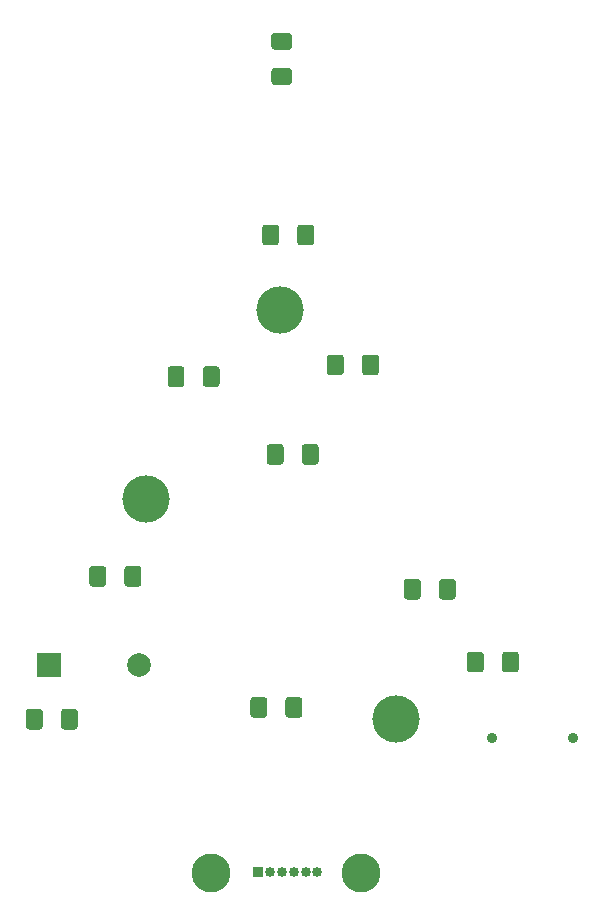
<source format=gbr>
%TF.GenerationSoftware,KiCad,Pcbnew,(5.1.10)-1*%
%TF.CreationDate,2021-11-13T13:30:36-05:00*%
%TF.ProjectId,Electronics Club,456c6563-7472-46f6-9e69-637320436c75,rev?*%
%TF.SameCoordinates,Original*%
%TF.FileFunction,Soldermask,Top*%
%TF.FilePolarity,Negative*%
%FSLAX46Y46*%
G04 Gerber Fmt 4.6, Leading zero omitted, Abs format (unit mm)*
G04 Created by KiCad (PCBNEW (5.1.10)-1) date 2021-11-13 13:30:36*
%MOMM*%
%LPD*%
G01*
G04 APERTURE LIST*
%ADD10C,3.300000*%
%ADD11R,2.000000X2.000000*%
%ADD12C,2.000000*%
%ADD13R,0.850000X0.850000*%
%ADD14O,0.850000X0.850000*%
%ADD15C,0.900000*%
%ADD16C,4.000000*%
G04 APERTURE END LIST*
D10*
%TO.C,BT1*%
X176022000Y-127000000D03*
X188722000Y-127000000D03*
%TD*%
D11*
%TO.C,BZ1*%
X162255200Y-109372400D03*
D12*
X169855200Y-109372400D03*
%TD*%
%TO.C,D1*%
G36*
G01*
X181340600Y-55900900D02*
X182590600Y-55900900D01*
G75*
G02*
X182840600Y-56150900I0J-250000D01*
G01*
X182840600Y-57075900D01*
G75*
G02*
X182590600Y-57325900I-250000J0D01*
G01*
X181340600Y-57325900D01*
G75*
G02*
X181090600Y-57075900I0J250000D01*
G01*
X181090600Y-56150900D01*
G75*
G02*
X181340600Y-55900900I250000J0D01*
G01*
G37*
G36*
G01*
X181340600Y-58875900D02*
X182590600Y-58875900D01*
G75*
G02*
X182840600Y-59125900I0J-250000D01*
G01*
X182840600Y-60050900D01*
G75*
G02*
X182590600Y-60300900I-250000J0D01*
G01*
X181340600Y-60300900D01*
G75*
G02*
X181090600Y-60050900I0J250000D01*
G01*
X181090600Y-59125900D01*
G75*
G02*
X181340600Y-58875900I250000J0D01*
G01*
G37*
%TD*%
%TO.C,D2*%
G36*
G01*
X163287500Y-114625000D02*
X163287500Y-113375000D01*
G75*
G02*
X163537500Y-113125000I250000J0D01*
G01*
X164462500Y-113125000D01*
G75*
G02*
X164712500Y-113375000I0J-250000D01*
G01*
X164712500Y-114625000D01*
G75*
G02*
X164462500Y-114875000I-250000J0D01*
G01*
X163537500Y-114875000D01*
G75*
G02*
X163287500Y-114625000I0J250000D01*
G01*
G37*
G36*
G01*
X160312500Y-114625000D02*
X160312500Y-113375000D01*
G75*
G02*
X160562500Y-113125000I250000J0D01*
G01*
X161487500Y-113125000D01*
G75*
G02*
X161737500Y-113375000I0J-250000D01*
G01*
X161737500Y-114625000D01*
G75*
G02*
X161487500Y-114875000I-250000J0D01*
G01*
X160562500Y-114875000D01*
G75*
G02*
X160312500Y-114625000I0J250000D01*
G01*
G37*
%TD*%
%TO.C,D3*%
G36*
G01*
X172312500Y-85625000D02*
X172312500Y-84375000D01*
G75*
G02*
X172562500Y-84125000I250000J0D01*
G01*
X173487500Y-84125000D01*
G75*
G02*
X173737500Y-84375000I0J-250000D01*
G01*
X173737500Y-85625000D01*
G75*
G02*
X173487500Y-85875000I-250000J0D01*
G01*
X172562500Y-85875000D01*
G75*
G02*
X172312500Y-85625000I0J250000D01*
G01*
G37*
G36*
G01*
X175287500Y-85625000D02*
X175287500Y-84375000D01*
G75*
G02*
X175537500Y-84125000I250000J0D01*
G01*
X176462500Y-84125000D01*
G75*
G02*
X176712500Y-84375000I0J-250000D01*
G01*
X176712500Y-85625000D01*
G75*
G02*
X176462500Y-85875000I-250000J0D01*
G01*
X175537500Y-85875000D01*
G75*
G02*
X175287500Y-85625000I0J250000D01*
G01*
G37*
%TD*%
%TO.C,D4*%
G36*
G01*
X193737500Y-102375000D02*
X193737500Y-103625000D01*
G75*
G02*
X193487500Y-103875000I-250000J0D01*
G01*
X192562500Y-103875000D01*
G75*
G02*
X192312500Y-103625000I0J250000D01*
G01*
X192312500Y-102375000D01*
G75*
G02*
X192562500Y-102125000I250000J0D01*
G01*
X193487500Y-102125000D01*
G75*
G02*
X193737500Y-102375000I0J-250000D01*
G01*
G37*
G36*
G01*
X196712500Y-102375000D02*
X196712500Y-103625000D01*
G75*
G02*
X196462500Y-103875000I-250000J0D01*
G01*
X195537500Y-103875000D01*
G75*
G02*
X195287500Y-103625000I0J250000D01*
G01*
X195287500Y-102375000D01*
G75*
G02*
X195537500Y-102125000I250000J0D01*
G01*
X196462500Y-102125000D01*
G75*
G02*
X196712500Y-102375000I0J-250000D01*
G01*
G37*
%TD*%
%TO.C,D5*%
G36*
G01*
X180700100Y-92202600D02*
X180700100Y-90952600D01*
G75*
G02*
X180950100Y-90702600I250000J0D01*
G01*
X181875100Y-90702600D01*
G75*
G02*
X182125100Y-90952600I0J-250000D01*
G01*
X182125100Y-92202600D01*
G75*
G02*
X181875100Y-92452600I-250000J0D01*
G01*
X180950100Y-92452600D01*
G75*
G02*
X180700100Y-92202600I0J250000D01*
G01*
G37*
G36*
G01*
X183675100Y-92202600D02*
X183675100Y-90952600D01*
G75*
G02*
X183925100Y-90702600I250000J0D01*
G01*
X184850100Y-90702600D01*
G75*
G02*
X185100100Y-90952600I0J-250000D01*
G01*
X185100100Y-92202600D01*
G75*
G02*
X184850100Y-92452600I-250000J0D01*
G01*
X183925100Y-92452600D01*
G75*
G02*
X183675100Y-92202600I0J250000D01*
G01*
G37*
%TD*%
%TO.C,D6*%
G36*
G01*
X199072200Y-108544200D02*
X199072200Y-109794200D01*
G75*
G02*
X198822200Y-110044200I-250000J0D01*
G01*
X197897200Y-110044200D01*
G75*
G02*
X197647200Y-109794200I0J250000D01*
G01*
X197647200Y-108544200D01*
G75*
G02*
X197897200Y-108294200I250000J0D01*
G01*
X198822200Y-108294200D01*
G75*
G02*
X199072200Y-108544200I0J-250000D01*
G01*
G37*
G36*
G01*
X202047200Y-108544200D02*
X202047200Y-109794200D01*
G75*
G02*
X201797200Y-110044200I-250000J0D01*
G01*
X200872200Y-110044200D01*
G75*
G02*
X200622200Y-109794200I0J250000D01*
G01*
X200622200Y-108544200D01*
G75*
G02*
X200872200Y-108294200I250000J0D01*
G01*
X201797200Y-108294200D01*
G75*
G02*
X202047200Y-108544200I0J-250000D01*
G01*
G37*
%TD*%
%TO.C,D7*%
G36*
G01*
X165679700Y-102529800D02*
X165679700Y-101279800D01*
G75*
G02*
X165929700Y-101029800I250000J0D01*
G01*
X166854700Y-101029800D01*
G75*
G02*
X167104700Y-101279800I0J-250000D01*
G01*
X167104700Y-102529800D01*
G75*
G02*
X166854700Y-102779800I-250000J0D01*
G01*
X165929700Y-102779800D01*
G75*
G02*
X165679700Y-102529800I0J250000D01*
G01*
G37*
G36*
G01*
X168654700Y-102529800D02*
X168654700Y-101279800D01*
G75*
G02*
X168904700Y-101029800I250000J0D01*
G01*
X169829700Y-101029800D01*
G75*
G02*
X170079700Y-101279800I0J-250000D01*
G01*
X170079700Y-102529800D01*
G75*
G02*
X169829700Y-102779800I-250000J0D01*
G01*
X168904700Y-102779800D01*
G75*
G02*
X168654700Y-102529800I0J250000D01*
G01*
G37*
%TD*%
%TO.C,D8*%
G36*
G01*
X181737500Y-72375000D02*
X181737500Y-73625000D01*
G75*
G02*
X181487500Y-73875000I-250000J0D01*
G01*
X180562500Y-73875000D01*
G75*
G02*
X180312500Y-73625000I0J250000D01*
G01*
X180312500Y-72375000D01*
G75*
G02*
X180562500Y-72125000I250000J0D01*
G01*
X181487500Y-72125000D01*
G75*
G02*
X181737500Y-72375000I0J-250000D01*
G01*
G37*
G36*
G01*
X184712500Y-72375000D02*
X184712500Y-73625000D01*
G75*
G02*
X184462500Y-73875000I-250000J0D01*
G01*
X183537500Y-73875000D01*
G75*
G02*
X183287500Y-73625000I0J250000D01*
G01*
X183287500Y-72375000D01*
G75*
G02*
X183537500Y-72125000I250000J0D01*
G01*
X184462500Y-72125000D01*
G75*
G02*
X184712500Y-72375000I0J-250000D01*
G01*
G37*
%TD*%
%TO.C,D9*%
G36*
G01*
X190200000Y-83375000D02*
X190200000Y-84625000D01*
G75*
G02*
X189950000Y-84875000I-250000J0D01*
G01*
X189025000Y-84875000D01*
G75*
G02*
X188775000Y-84625000I0J250000D01*
G01*
X188775000Y-83375000D01*
G75*
G02*
X189025000Y-83125000I250000J0D01*
G01*
X189950000Y-83125000D01*
G75*
G02*
X190200000Y-83375000I0J-250000D01*
G01*
G37*
G36*
G01*
X187225000Y-83375000D02*
X187225000Y-84625000D01*
G75*
G02*
X186975000Y-84875000I-250000J0D01*
G01*
X186050000Y-84875000D01*
G75*
G02*
X185800000Y-84625000I0J250000D01*
G01*
X185800000Y-83375000D01*
G75*
G02*
X186050000Y-83125000I250000J0D01*
G01*
X186975000Y-83125000D01*
G75*
G02*
X187225000Y-83375000I0J-250000D01*
G01*
G37*
%TD*%
%TO.C,D10*%
G36*
G01*
X182287500Y-113625000D02*
X182287500Y-112375000D01*
G75*
G02*
X182537500Y-112125000I250000J0D01*
G01*
X183462500Y-112125000D01*
G75*
G02*
X183712500Y-112375000I0J-250000D01*
G01*
X183712500Y-113625000D01*
G75*
G02*
X183462500Y-113875000I-250000J0D01*
G01*
X182537500Y-113875000D01*
G75*
G02*
X182287500Y-113625000I0J250000D01*
G01*
G37*
G36*
G01*
X179312500Y-113625000D02*
X179312500Y-112375000D01*
G75*
G02*
X179562500Y-112125000I250000J0D01*
G01*
X180487500Y-112125000D01*
G75*
G02*
X180737500Y-112375000I0J-250000D01*
G01*
X180737500Y-113625000D01*
G75*
G02*
X180487500Y-113875000I-250000J0D01*
G01*
X179562500Y-113875000D01*
G75*
G02*
X179312500Y-113625000I0J250000D01*
G01*
G37*
%TD*%
D13*
%TO.C,J1*%
X179997600Y-126898400D03*
D14*
X180997600Y-126898400D03*
X181997600Y-126898400D03*
X182997600Y-126898400D03*
X183997600Y-126898400D03*
X184997600Y-126898400D03*
%TD*%
D15*
%TO.C,SW1*%
X206600000Y-115570000D03*
X199800000Y-115570000D03*
%TD*%
D16*
%TO.C,TP1*%
X181813200Y-79349600D03*
%TD*%
%TO.C,TP2*%
X170510200Y-95351600D03*
%TD*%
%TO.C,TP3*%
X191643000Y-113995200D03*
%TD*%
M02*

</source>
